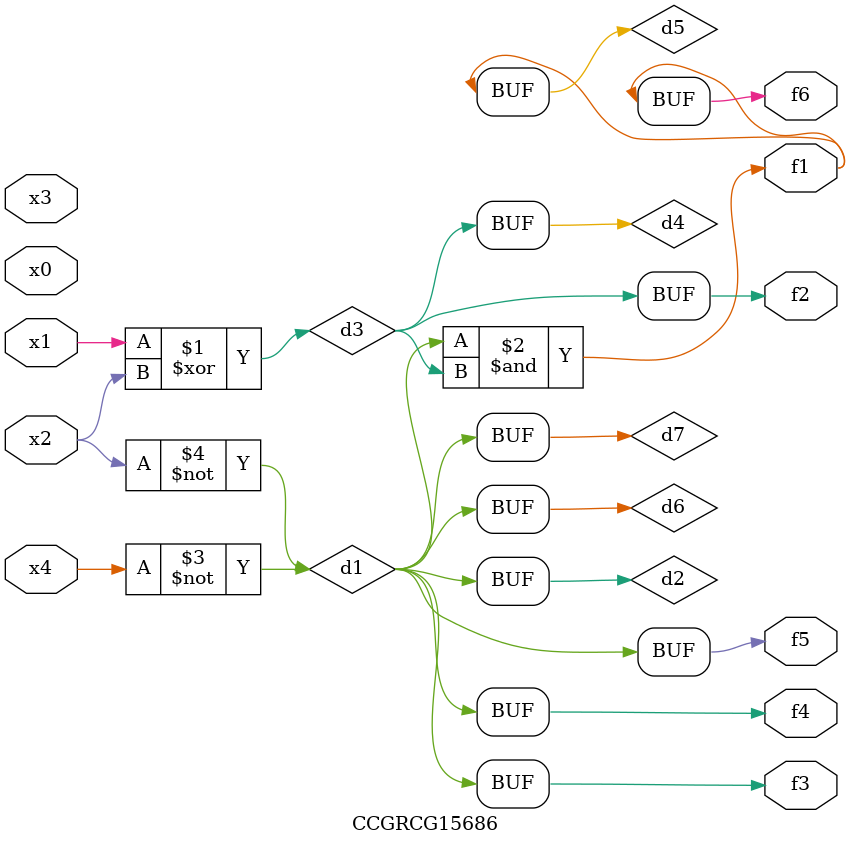
<source format=v>
module CCGRCG15686(
	input x0, x1, x2, x3, x4,
	output f1, f2, f3, f4, f5, f6
);

	wire d1, d2, d3, d4, d5, d6, d7;

	not (d1, x4);
	not (d2, x2);
	xor (d3, x1, x2);
	buf (d4, d3);
	and (d5, d1, d3);
	buf (d6, d1, d2);
	buf (d7, d2);
	assign f1 = d5;
	assign f2 = d4;
	assign f3 = d7;
	assign f4 = d7;
	assign f5 = d7;
	assign f6 = d5;
endmodule

</source>
